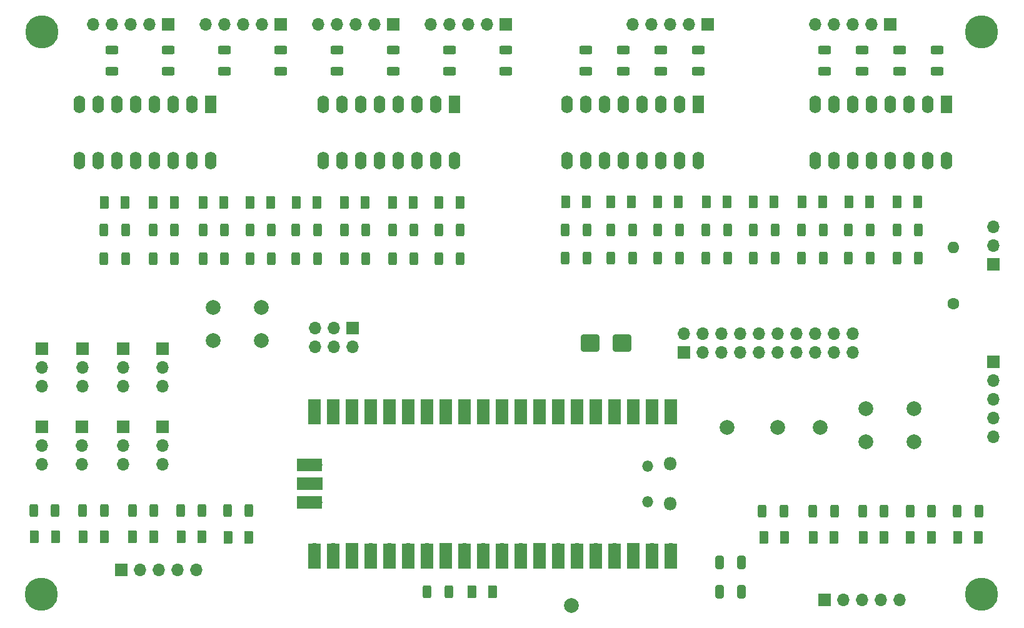
<source format=gbr>
%TF.GenerationSoftware,KiCad,Pcbnew,8.0.1*%
%TF.CreationDate,2024-04-12T11:28:31-03:00*%
%TF.ProjectId,PonchoRema,506f6e63-686f-4526-956d-612e6b696361,rev?*%
%TF.SameCoordinates,Original*%
%TF.FileFunction,Soldermask,Top*%
%TF.FilePolarity,Negative*%
%FSLAX46Y46*%
G04 Gerber Fmt 4.6, Leading zero omitted, Abs format (unit mm)*
G04 Created by KiCad (PCBNEW 8.0.1) date 2024-04-12 11:28:31*
%MOMM*%
%LPD*%
G01*
G04 APERTURE LIST*
G04 Aperture macros list*
%AMRoundRect*
0 Rectangle with rounded corners*
0 $1 Rounding radius*
0 $2 $3 $4 $5 $6 $7 $8 $9 X,Y pos of 4 corners*
0 Add a 4 corners polygon primitive as box body*
4,1,4,$2,$3,$4,$5,$6,$7,$8,$9,$2,$3,0*
0 Add four circle primitives for the rounded corners*
1,1,$1+$1,$2,$3*
1,1,$1+$1,$4,$5*
1,1,$1+$1,$6,$7*
1,1,$1+$1,$8,$9*
0 Add four rect primitives between the rounded corners*
20,1,$1+$1,$2,$3,$4,$5,0*
20,1,$1+$1,$4,$5,$6,$7,0*
20,1,$1+$1,$6,$7,$8,$9,0*
20,1,$1+$1,$8,$9,$2,$3,0*%
G04 Aperture macros list end*
%ADD10RoundRect,0.250000X0.375000X0.625000X-0.375000X0.625000X-0.375000X-0.625000X0.375000X-0.625000X0*%
%ADD11RoundRect,0.250000X0.312500X0.625000X-0.312500X0.625000X-0.312500X-0.625000X0.312500X-0.625000X0*%
%ADD12RoundRect,0.250000X-0.312500X-0.625000X0.312500X-0.625000X0.312500X0.625000X-0.312500X0.625000X0*%
%ADD13R,1.700000X1.700000*%
%ADD14O,1.700000X1.700000*%
%ADD15RoundRect,0.250000X0.625000X-0.312500X0.625000X0.312500X-0.625000X0.312500X-0.625000X-0.312500X0*%
%ADD16RoundRect,0.250000X-0.375000X-0.625000X0.375000X-0.625000X0.375000X0.625000X-0.375000X0.625000X0*%
%ADD17C,4.500000*%
%ADD18C,2.000000*%
%ADD19O,1.800000X1.800000*%
%ADD20O,1.500000X1.500000*%
%ADD21R,1.700000X3.500000*%
%ADD22R,3.500000X1.700000*%
%ADD23R,1.600000X2.400000*%
%ADD24O,1.600000X2.400000*%
%ADD25RoundRect,0.250000X-0.325000X-0.650000X0.325000X-0.650000X0.325000X0.650000X-0.325000X0.650000X0*%
%ADD26C,1.600000*%
%ADD27O,1.600000X1.600000*%
%ADD28RoundRect,0.250000X-1.000000X-0.900000X1.000000X-0.900000X1.000000X0.900000X-1.000000X0.900000X0*%
G04 APERTURE END LIST*
D10*
%TO.C,D14*%
X71907500Y-80010000D03*
X69107500Y-80010000D03*
%TD*%
D11*
%TO.C,R36*%
X153285000Y-83705000D03*
X150360000Y-83705000D03*
%TD*%
%TO.C,R9*%
X97872500Y-83705000D03*
X94947500Y-83705000D03*
%TD*%
D12*
%TO.C,R53*%
X66272166Y-121767261D03*
X69197166Y-121767261D03*
%TD*%
D13*
%TO.C,J5*%
X168910000Y-55885000D03*
D14*
X166370000Y-55885000D03*
X163830000Y-55885000D03*
X161290000Y-55885000D03*
X158750000Y-55885000D03*
%TD*%
D11*
%TO.C,R19*%
X78740000Y-87630000D03*
X75815000Y-87630000D03*
%TD*%
%TO.C,R42*%
X140335000Y-83705000D03*
X137410000Y-83705000D03*
%TD*%
D15*
%TO.C,R20*%
X78740000Y-62230000D03*
X78740000Y-59305000D03*
%TD*%
D10*
%TO.C,D0*%
X172605751Y-79895000D03*
X169805751Y-79895000D03*
%TD*%
D16*
%TO.C,D29*%
X178051000Y-125349000D03*
X180851000Y-125349000D03*
%TD*%
%TO.C,D28*%
X171638500Y-125349000D03*
X174438500Y-125349000D03*
%TD*%
D10*
%TO.C,D1*%
X166063251Y-79895000D03*
X163263251Y-79895000D03*
%TD*%
%TO.C,D7*%
X127713251Y-79895000D03*
X124913251Y-79895000D03*
%TD*%
D12*
%TO.C,R56*%
X151568500Y-121793000D03*
X154493500Y-121793000D03*
%TD*%
D13*
%TO.C,J2*%
X101600000Y-55875000D03*
D14*
X99060000Y-55875000D03*
X96520000Y-55875000D03*
X93980000Y-55875000D03*
X91440000Y-55875000D03*
%TD*%
D17*
%TO.C,H2*%
X53880000Y-133110000D03*
%TD*%
D12*
%TO.C,R60*%
X177988500Y-121793000D03*
X180913500Y-121793000D03*
%TD*%
D15*
%TO.C,R32*%
X170180000Y-62235000D03*
X170180000Y-59310000D03*
%TD*%
D11*
%TO.C,R21*%
X71990000Y-83705000D03*
X69065000Y-83705000D03*
%TD*%
D10*
%TO.C,D3*%
X153170751Y-79895000D03*
X150370751Y-79895000D03*
%TD*%
D11*
%TO.C,R48*%
X127827500Y-83705000D03*
X124902500Y-83705000D03*
%TD*%
D12*
%TO.C,R51*%
X52893500Y-121767261D03*
X55818500Y-121767261D03*
%TD*%
D11*
%TO.C,R13*%
X91330000Y-87630000D03*
X88405000Y-87630000D03*
%TD*%
D10*
%TO.C,D12*%
X85007500Y-80010000D03*
X82207500Y-80010000D03*
%TD*%
D16*
%TO.C,D27*%
X165224000Y-125349000D03*
X168024000Y-125349000D03*
%TD*%
D11*
%TO.C,R25*%
X65340000Y-87630000D03*
X62415000Y-87630000D03*
%TD*%
D17*
%TO.C,H1*%
X181215500Y-56856500D03*
%TD*%
D12*
%TO.C,R52*%
X59541166Y-121767261D03*
X62466166Y-121767261D03*
%TD*%
D16*
%TO.C,D21*%
X59628500Y-125323261D03*
X62428500Y-125323261D03*
%TD*%
D12*
%TO.C,R57*%
X158426500Y-121793000D03*
X161351500Y-121793000D03*
%TD*%
D13*
%TO.C,JP8*%
X59436000Y-110363000D03*
D14*
X59436000Y-112903000D03*
X59436000Y-115443000D03*
%TD*%
D13*
%TO.C,JP1*%
X65032332Y-99822000D03*
D14*
X65032332Y-102362000D03*
X65032332Y-104902000D03*
%TD*%
D11*
%TO.C,R33*%
X159827500Y-83705000D03*
X156902500Y-83705000D03*
%TD*%
%TO.C,R4*%
X110682500Y-87630000D03*
X107757500Y-87630000D03*
%TD*%
D15*
%TO.C,R38*%
X160020000Y-62235000D03*
X160020000Y-59310000D03*
%TD*%
D16*
%TO.C,D22*%
X66315834Y-125323261D03*
X69115834Y-125323261D03*
%TD*%
D15*
%TO.C,R17*%
X86360000Y-62230000D03*
X86360000Y-59305000D03*
%TD*%
D10*
%TO.C,D8*%
X110600000Y-80010000D03*
X107800000Y-80010000D03*
%TD*%
D11*
%TO.C,R46*%
X133985000Y-87515000D03*
X131060000Y-87515000D03*
%TD*%
D10*
%TO.C,D11*%
X91247500Y-80010000D03*
X88447500Y-80010000D03*
%TD*%
D11*
%TO.C,R12*%
X91330000Y-83705000D03*
X88405000Y-83705000D03*
%TD*%
D18*
%TO.C,TP5*%
X153670000Y-110490000D03*
%TD*%
D11*
%TO.C,R49*%
X127827500Y-87515000D03*
X124902500Y-87515000D03*
%TD*%
D15*
%TO.C,R23*%
X71120000Y-62235000D03*
X71120000Y-59310000D03*
%TD*%
D12*
%TO.C,R55*%
X79111500Y-121763000D03*
X82036500Y-121763000D03*
%TD*%
D19*
%TO.C,U1*%
X139062000Y-115385000D03*
D20*
X136032000Y-115685000D03*
X136032000Y-120535000D03*
D19*
X139062000Y-120835000D03*
D14*
X139192000Y-109220000D03*
D21*
X139192000Y-108320000D03*
D14*
X136652000Y-109220000D03*
D21*
X136652000Y-108320000D03*
D13*
X134112000Y-109220000D03*
D21*
X134112000Y-108320000D03*
D14*
X131572000Y-109220000D03*
D21*
X131572000Y-108320000D03*
D14*
X129032000Y-109220000D03*
D21*
X129032000Y-108320000D03*
D14*
X126492000Y-109220000D03*
D21*
X126492000Y-108320000D03*
D14*
X123952000Y-109220000D03*
D21*
X123952000Y-108320000D03*
D13*
X121412000Y-109220000D03*
D21*
X121412000Y-108320000D03*
D14*
X118872000Y-109220000D03*
D21*
X118872000Y-108320000D03*
D14*
X116332000Y-109220000D03*
D21*
X116332000Y-108320000D03*
D14*
X113792000Y-109220000D03*
D21*
X113792000Y-108320000D03*
D14*
X111252000Y-109220000D03*
D21*
X111252000Y-108320000D03*
D13*
X108712000Y-109220000D03*
D21*
X108712000Y-108320000D03*
D14*
X106172000Y-109220000D03*
D21*
X106172000Y-108320000D03*
D14*
X103632000Y-109220000D03*
D21*
X103632000Y-108320000D03*
D14*
X101092000Y-109220000D03*
D21*
X101092000Y-108320000D03*
D14*
X98552000Y-109220000D03*
D21*
X98552000Y-108320000D03*
D13*
X96012000Y-109220000D03*
D21*
X96012000Y-108320000D03*
D14*
X93472000Y-109220000D03*
D21*
X93472000Y-108320000D03*
D14*
X90932000Y-109220000D03*
D21*
X90932000Y-108320000D03*
D14*
X90932000Y-127000000D03*
D21*
X90932000Y-127900000D03*
D14*
X93472000Y-127000000D03*
D21*
X93472000Y-127900000D03*
D13*
X96012000Y-127000000D03*
D21*
X96012000Y-127900000D03*
D14*
X98552000Y-127000000D03*
D21*
X98552000Y-127900000D03*
D14*
X101092000Y-127000000D03*
D21*
X101092000Y-127900000D03*
D14*
X103632000Y-127000000D03*
D21*
X103632000Y-127900000D03*
D14*
X106172000Y-127000000D03*
D21*
X106172000Y-127900000D03*
D13*
X108712000Y-127000000D03*
D21*
X108712000Y-127900000D03*
D14*
X111252000Y-127000000D03*
D21*
X111252000Y-127900000D03*
D14*
X113792000Y-127000000D03*
D21*
X113792000Y-127900000D03*
D14*
X116332000Y-127000000D03*
D21*
X116332000Y-127900000D03*
D14*
X118872000Y-127000000D03*
D21*
X118872000Y-127900000D03*
D13*
X121412000Y-127000000D03*
D21*
X121412000Y-127900000D03*
D14*
X123952000Y-127000000D03*
D21*
X123952000Y-127900000D03*
D14*
X126492000Y-127000000D03*
D21*
X126492000Y-127900000D03*
D14*
X129032000Y-127000000D03*
D21*
X129032000Y-127900000D03*
D14*
X131572000Y-127000000D03*
D21*
X131572000Y-127900000D03*
D13*
X134112000Y-127000000D03*
D21*
X134112000Y-127900000D03*
D14*
X136652000Y-127000000D03*
D21*
X136652000Y-127900000D03*
D14*
X139192000Y-127000000D03*
D21*
X139192000Y-127900000D03*
D14*
X91162000Y-115570000D03*
D22*
X90262000Y-115570000D03*
D13*
X91162000Y-118110000D03*
D22*
X90262000Y-118110000D03*
D14*
X91162000Y-120650000D03*
D22*
X90262000Y-120650000D03*
%TD*%
D12*
%TO.C,R59*%
X171576000Y-121793000D03*
X174501000Y-121793000D03*
%TD*%
D13*
%TO.C,JP2*%
X70358000Y-99822000D03*
D14*
X70358000Y-102362000D03*
X70358000Y-104902000D03*
%TD*%
D11*
%TO.C,R10*%
X97872500Y-87630000D03*
X94947500Y-87630000D03*
%TD*%
D15*
%TO.C,R29*%
X175260000Y-62235000D03*
X175260000Y-59310000D03*
%TD*%
D11*
%TO.C,R37*%
X153285000Y-87515000D03*
X150360000Y-87515000D03*
%TD*%
D17*
%TO.C,H3*%
X181215500Y-133106500D03*
%TD*%
D11*
%TO.C,R30*%
X166177500Y-83705000D03*
X163252500Y-83705000D03*
%TD*%
D10*
%TO.C,D5*%
X140220751Y-79895000D03*
X137420751Y-79895000D03*
%TD*%
D13*
%TO.C,JP4*%
X59461000Y-99822000D03*
D14*
X59461000Y-102362000D03*
X59461000Y-104902000D03*
%TD*%
D11*
%TO.C,R31*%
X166177500Y-87515000D03*
X163252500Y-87515000D03*
%TD*%
D13*
%TO.C,J3*%
X86360000Y-55880000D03*
D14*
X83820000Y-55880000D03*
X81280000Y-55880000D03*
X78740000Y-55880000D03*
X76200000Y-55880000D03*
%TD*%
D18*
%TO.C,SW1*%
X77193000Y-94179000D03*
X83693000Y-94179000D03*
X77193000Y-98679000D03*
X83693000Y-98679000D03*
%TD*%
D11*
%TO.C,R22*%
X71990000Y-87630000D03*
X69065000Y-87630000D03*
%TD*%
D13*
%TO.C,J6*%
X144140000Y-55885000D03*
D14*
X141600000Y-55885000D03*
X139060000Y-55885000D03*
X136520000Y-55885000D03*
X133980000Y-55885000D03*
%TD*%
D16*
%TO.C,D23*%
X72892000Y-125323261D03*
X75692000Y-125323261D03*
%TD*%
D13*
%TO.C,JP6*%
X70358000Y-110363000D03*
D14*
X70358000Y-112903000D03*
X70358000Y-115443000D03*
%TD*%
D15*
%TO.C,R26*%
X63500000Y-62230000D03*
X63500000Y-59305000D03*
%TD*%
D13*
%TO.C,JP3*%
X53991666Y-99822000D03*
D14*
X53991666Y-102362000D03*
X53991666Y-104902000D03*
%TD*%
D18*
%TO.C,SW2*%
X172085000Y-112395000D03*
X165585000Y-112395000D03*
X172085000Y-107895000D03*
X165585000Y-107895000D03*
%TD*%
D23*
%TO.C,U2*%
X109865000Y-66685000D03*
D24*
X107325000Y-66685000D03*
X104785000Y-66685000D03*
X102245000Y-66685000D03*
X99705000Y-66685000D03*
X97165000Y-66685000D03*
X94625000Y-66685000D03*
X92085000Y-66685000D03*
X92085000Y-74305000D03*
X94625000Y-74305000D03*
X97165000Y-74305000D03*
X99705000Y-74305000D03*
X102245000Y-74305000D03*
X104785000Y-74305000D03*
X107325000Y-74305000D03*
X109865000Y-74305000D03*
%TD*%
D10*
%TO.C,D10*%
X97790000Y-80010000D03*
X94990000Y-80010000D03*
%TD*%
D11*
%TO.C,R18*%
X78740000Y-83705000D03*
X75815000Y-83705000D03*
%TD*%
D25*
%TO.C,C1*%
X145767000Y-128730000D03*
X148717000Y-128730000D03*
%TD*%
D13*
%TO.C,P1*%
X140970000Y-100330000D03*
D14*
X140970000Y-97790000D03*
X143510000Y-100330000D03*
X143510000Y-97790000D03*
X146050000Y-100330000D03*
X146050000Y-97790000D03*
X148590000Y-100330000D03*
X148590000Y-97790000D03*
X151130000Y-100330000D03*
X151130000Y-97790000D03*
X153670000Y-100330000D03*
X153670000Y-97790000D03*
X156210000Y-100330000D03*
X156210000Y-97790000D03*
X158750000Y-100330000D03*
X158750000Y-97790000D03*
X161290000Y-100330000D03*
X161290000Y-97790000D03*
X163830000Y-100330000D03*
X163830000Y-97790000D03*
%TD*%
D16*
%TO.C,D20*%
X53024500Y-125323261D03*
X55824500Y-125323261D03*
%TD*%
D11*
%TO.C,R39*%
X146877500Y-83705000D03*
X143952500Y-83705000D03*
%TD*%
D26*
%TO.C,R1*%
X177419000Y-93726000D03*
D27*
X177419000Y-86106000D03*
%TD*%
D15*
%TO.C,R11*%
X101600000Y-62230000D03*
X101600000Y-59305000D03*
%TD*%
D11*
%TO.C,R3*%
X110682500Y-83705000D03*
X107757500Y-83705000D03*
%TD*%
D13*
%TO.C,JP7*%
X53975000Y-110363000D03*
D14*
X53975000Y-112903000D03*
X53975000Y-115443000D03*
%TD*%
D13*
%TO.C,J4*%
X71120000Y-55880000D03*
D14*
X68580000Y-55880000D03*
X66040000Y-55880000D03*
X63500000Y-55880000D03*
X60960000Y-55880000D03*
%TD*%
D25*
%TO.C,C2*%
X145767000Y-132715000D03*
X148717000Y-132715000D03*
%TD*%
D13*
%TO.C,J10*%
X160020000Y-133858000D03*
D14*
X162560000Y-133858000D03*
X165100000Y-133858000D03*
X167640000Y-133858000D03*
X170180000Y-133858000D03*
%TD*%
D13*
%TO.C,J7*%
X182880000Y-88392000D03*
D14*
X182880000Y-85852000D03*
X182880000Y-83312000D03*
%TD*%
D15*
%TO.C,R50*%
X127635000Y-62235000D03*
X127635000Y-59310000D03*
%TD*%
D10*
%TO.C,D9*%
X104317813Y-80010000D03*
X101517813Y-80010000D03*
%TD*%
%TO.C,D2*%
X159713251Y-79895000D03*
X156913251Y-79895000D03*
%TD*%
D17*
%TO.C,H4*%
X53965500Y-56856500D03*
%TD*%
D23*
%TO.C,U3*%
X76835000Y-66685000D03*
D24*
X74295000Y-66685000D03*
X71755000Y-66685000D03*
X69215000Y-66685000D03*
X66675000Y-66685000D03*
X64135000Y-66685000D03*
X61595000Y-66685000D03*
X59055000Y-66685000D03*
X59055000Y-74305000D03*
X61595000Y-74305000D03*
X64135000Y-74305000D03*
X66675000Y-74305000D03*
X69215000Y-74305000D03*
X71755000Y-74305000D03*
X74295000Y-74305000D03*
X76835000Y-74305000D03*
%TD*%
D11*
%TO.C,R27*%
X172720000Y-83705000D03*
X169795000Y-83705000D03*
%TD*%
%TO.C,R24*%
X65340000Y-83705000D03*
X62415000Y-83705000D03*
%TD*%
%TO.C,R34*%
X159827500Y-87515000D03*
X156902500Y-87515000D03*
%TD*%
%TO.C,R7*%
X104400313Y-87630000D03*
X101475313Y-87630000D03*
%TD*%
D16*
%TO.C,D24*%
X79242000Y-125349000D03*
X82042000Y-125349000D03*
%TD*%
D18*
%TO.C,TP0*%
X159385000Y-110490000D03*
%TD*%
D11*
%TO.C,R2*%
X109097000Y-132715000D03*
X106172000Y-132715000D03*
%TD*%
D13*
%TO.C,J8*%
X182880000Y-101600000D03*
D14*
X182880000Y-104140000D03*
X182880000Y-106680000D03*
X182880000Y-109220000D03*
X182880000Y-111760000D03*
%TD*%
D23*
%TO.C,U5*%
X142875000Y-66685000D03*
D24*
X140335000Y-66685000D03*
X137795000Y-66685000D03*
X135255000Y-66685000D03*
X132715000Y-66685000D03*
X130175000Y-66685000D03*
X127635000Y-66685000D03*
X125095000Y-66685000D03*
X125095000Y-74305000D03*
X127635000Y-74305000D03*
X130175000Y-74305000D03*
X132715000Y-74305000D03*
X135255000Y-74305000D03*
X137795000Y-74305000D03*
X140335000Y-74305000D03*
X142875000Y-74305000D03*
%TD*%
D11*
%TO.C,R15*%
X85090000Y-83705000D03*
X82165000Y-83705000D03*
%TD*%
D10*
%TO.C,D15*%
X65257500Y-80010000D03*
X62457500Y-80010000D03*
%TD*%
D15*
%TO.C,R44*%
X137795000Y-62235000D03*
X137795000Y-59310000D03*
%TD*%
%TO.C,R5*%
X116840000Y-62230000D03*
X116840000Y-59305000D03*
%TD*%
D11*
%TO.C,R40*%
X146877500Y-87515000D03*
X143952500Y-87515000D03*
%TD*%
%TO.C,R28*%
X172720000Y-87515000D03*
X169795000Y-87515000D03*
%TD*%
D13*
%TO.C,P2*%
X96105366Y-97036905D03*
D14*
X96105366Y-99576905D03*
X93565366Y-97036905D03*
X93565366Y-99576905D03*
X91025366Y-97036905D03*
X91025366Y-99576905D03*
%TD*%
D15*
%TO.C,R47*%
X132715000Y-62235000D03*
X132715000Y-59310000D03*
%TD*%
%TO.C,R14*%
X93980000Y-62230000D03*
X93980000Y-59305000D03*
%TD*%
D11*
%TO.C,R43*%
X140335000Y-87515000D03*
X137410000Y-87515000D03*
%TD*%
%TO.C,R45*%
X133985000Y-83705000D03*
X131060000Y-83705000D03*
%TD*%
D16*
%TO.C,D25*%
X151823500Y-125349000D03*
X154623500Y-125349000D03*
%TD*%
D28*
%TO.C,D18*%
X128270000Y-99060000D03*
X132570000Y-99060000D03*
%TD*%
D11*
%TO.C,R6*%
X104400313Y-83705000D03*
X101475313Y-83705000D03*
%TD*%
D10*
%TO.C,D6*%
X133870751Y-79895000D03*
X131070751Y-79895000D03*
%TD*%
D15*
%TO.C,R35*%
X165100000Y-62235000D03*
X165100000Y-59310000D03*
%TD*%
D11*
%TO.C,R16*%
X85090000Y-87630000D03*
X82165000Y-87630000D03*
%TD*%
D15*
%TO.C,R41*%
X142875000Y-62235000D03*
X142875000Y-59310000D03*
%TD*%
D10*
%TO.C,D4*%
X146763251Y-79895000D03*
X143963251Y-79895000D03*
%TD*%
D23*
%TO.C,U4*%
X176530000Y-66685000D03*
D24*
X173990000Y-66685000D03*
X171450000Y-66685000D03*
X168910000Y-66685000D03*
X166370000Y-66685000D03*
X163830000Y-66685000D03*
X161290000Y-66685000D03*
X158750000Y-66685000D03*
X158750000Y-74305000D03*
X161290000Y-74305000D03*
X163830000Y-74305000D03*
X166370000Y-74305000D03*
X168910000Y-74305000D03*
X171450000Y-74305000D03*
X173990000Y-74305000D03*
X176530000Y-74305000D03*
%TD*%
D13*
%TO.C,JP5*%
X65024000Y-110363000D03*
D14*
X65024000Y-112903000D03*
X65024000Y-115443000D03*
%TD*%
D13*
%TO.C,J1*%
X116840000Y-55875000D03*
D14*
X114300000Y-55875000D03*
X111760000Y-55875000D03*
X109220000Y-55875000D03*
X106680000Y-55875000D03*
%TD*%
D18*
%TO.C,TP3*%
X125730000Y-134620000D03*
%TD*%
D15*
%TO.C,R8*%
X109220000Y-62230000D03*
X109220000Y-59305000D03*
%TD*%
D13*
%TO.C,J9*%
X64770000Y-129794000D03*
D14*
X67310000Y-129794000D03*
X69850000Y-129794000D03*
X72390000Y-129794000D03*
X74930000Y-129794000D03*
%TD*%
D12*
%TO.C,R58*%
X165161500Y-121793000D03*
X168086500Y-121793000D03*
%TD*%
D10*
%TO.C,D13*%
X78657500Y-80010000D03*
X75857500Y-80010000D03*
%TD*%
%TO.C,D17*%
X115065000Y-132715000D03*
X112265000Y-132715000D03*
%TD*%
D12*
%TO.C,R54*%
X72765000Y-121767261D03*
X75690000Y-121767261D03*
%TD*%
D18*
%TO.C,TP12*%
X146812000Y-110490000D03*
%TD*%
D16*
%TO.C,D26*%
X158489000Y-125349000D03*
X161289000Y-125349000D03*
%TD*%
M02*

</source>
